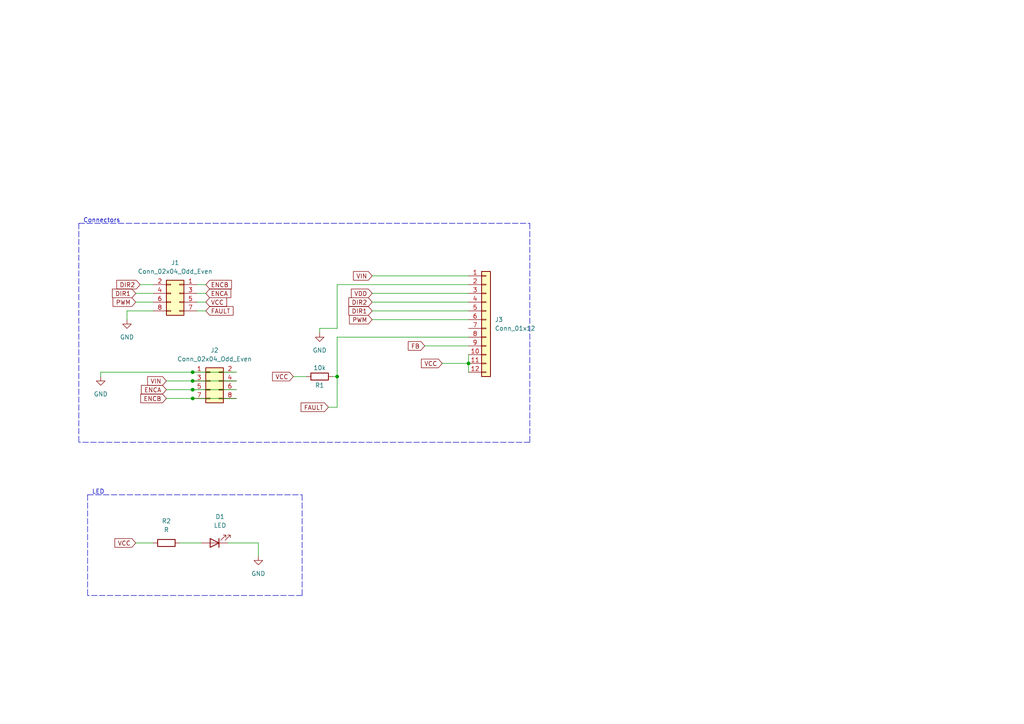
<source format=kicad_sch>
(kicad_sch (version 20211123) (generator eeschema)
  (paper "A4")
  (title_block (title "Motor driver shield") (date "2022-06-10") (rev "V0.8") (company "By Bonnet Lilian at Eirlab"))
  (lib_symbols
    (symbol "Connector_Generic:Conn_01x12" (pin_names (offset 1.016) hide)
      (property "Reference" "J" (at 0 15.24 0))
      (property "Value" "Conn_01x12" (at 0 -17.78 0))
      (symbol "Conn_01x12_1_1"
        (rectangle (start -1.27 -15.113) (end 0 -15.367) (stroke (width 0.1524)))
        (rectangle (start -1.27 -12.573) (end 0 -12.827) (stroke (width 0.1524)))
        (rectangle (start -1.27 -10.033) (end 0 -10.287) (stroke (width 0.1524)))
        (rectangle (start -1.27 -7.493) (end 0 -7.747) (stroke (width 0.1524)))
        (rectangle (start -1.27 -4.953) (end 0 -5.207) (stroke (width 0.1524)))
        (rectangle (start -1.27 -2.413) (end 0 -2.667) (stroke (width 0.1524)))
        (rectangle (start -1.27 0.127) (end 0 -0.127) (stroke (width 0.1524)))
        (rectangle (start -1.27 2.667) (end 0 2.413) (stroke (width 0.1524)))
        (rectangle (start -1.27 5.207) (end 0 4.953) (stroke (width 0.1524)))
        (rectangle (start -1.27 7.747) (end 0 7.493) (stroke (width 0.1524)))
        (rectangle (start -1.27 10.287) (end 0 10.033) (stroke (width 0.1524)))
        (rectangle (start -1.27 12.827) (end 0 12.573) (stroke (width 0.1524)))
        (rectangle (start -1.27 13.97) (end 1.27 -16.51) (stroke (width 0.254)) (fill (type background)))
        (pin passive line (at -5.08 12.7 0) (length 3.81) (name "Pin_1") (number "1"))
        (pin passive line (at -5.08 -10.16 0) (length 3.81) (name "Pin_10") (number "10"))
        (pin passive line (at -5.08 -12.7 0) (length 3.81) (name "Pin_11") (number "11"))
        (pin passive line (at -5.08 -15.24 0) (length 3.81) (name "Pin_12") (number "12"))
        (pin passive line (at -5.08 10.16 0) (length 3.81) (name "Pin_2") (number "2"))
        (pin passive line (at -5.08 7.62 0) (length 3.81) (name "Pin_3") (number "3"))
        (pin passive line (at -5.08 5.08 0) (length 3.81) (name "Pin_4") (number "4"))
        (pin passive line (at -5.08 2.54 0) (length 3.81) (name "Pin_5") (number "5"))
        (pin passive line (at -5.08 0 0) (length 3.81) (name "Pin_6") (number "6"))
        (pin passive line (at -5.08 -2.54 0) (length 3.81) (name "Pin_7") (number "7"))
        (pin passive line (at -5.08 -5.08 0) (length 3.81) (name "Pin_8") (number "8"))
        (pin passive line (at -5.08 -7.62 0) (length 3.81) (name "Pin_9") (number "9"))
      )
    )
    (symbol "Connector_Generic:Conn_02x04_Odd_Even" (pin_names (offset 1.016) hide)
      (property "Reference" "J" (at 1.27 5.08 0))
      (property "Value" "Conn_02x04_Odd_Even" (at 1.27 -7.62 0))
      (symbol "Conn_02x04_Odd_Even_1_1"
        (rectangle (start -1.27 -4.953) (end 0 -5.207) (stroke (width 0.1524)))
        (rectangle (start -1.27 -2.413) (end 0 -2.667) (stroke (width 0.1524)))
        (rectangle (start -1.27 0.127) (end 0 -0.127) (stroke (width 0.1524)))
        (rectangle (start -1.27 2.667) (end 0 2.413) (stroke (width 0.1524)))
        (rectangle (start -1.27 3.81) (end 3.81 -6.35) (stroke (width 0.254)) (fill (type background)))
        (rectangle (start 3.81 -4.953) (end 2.54 -5.207) (stroke (width 0.1524)))
        (rectangle (start 3.81 -2.413) (end 2.54 -2.667) (stroke (width 0.1524)))
        (rectangle (start 3.81 0.127) (end 2.54 -0.127) (stroke (width 0.1524)))
        (rectangle (start 3.81 2.667) (end 2.54 2.413) (stroke (width 0.1524)))
        (pin passive line (at -5.08 2.54 0) (length 3.81) (name "Pin_1") (number "1"))
        (pin passive line (at 7.62 2.54 180) (length 3.81) (name "Pin_2") (number "2"))
        (pin passive line (at -5.08 0 0) (length 3.81) (name "Pin_3") (number "3"))
        (pin passive line (at 7.62 0 180) (length 3.81) (name "Pin_4") (number "4"))
        (pin passive line (at -5.08 -2.54 0) (length 3.81) (name "Pin_5") (number "5"))
        (pin passive line (at 7.62 -2.54 180) (length 3.81) (name "Pin_6") (number "6"))
        (pin passive line (at -5.08 -5.08 0) (length 3.81) (name "Pin_7") (number "7"))
        (pin passive line (at 7.62 -5.08 180) (length 3.81) (name "Pin_8") (number "8"))
      )
    )
    (symbol "Device:LED" (pin_numbers hide) (pin_names (offset 1.016) hide)
      (property "Reference" "D" (at 0 2.54 0))
      (property "Value" "LED" (at 0 -2.54 0))
      (symbol "LED_0_1"
        (polyline (pts (xy -1.27 -1.27) (xy -1.27 1.27)) (stroke (width 0.254)))
        (polyline (pts (xy -1.27 0) (xy 1.27 0)))
        (polyline (pts (xy 1.27 -1.27) (xy 1.27 1.27) (xy -1.27 0) (xy 1.27 -1.27)) (stroke (width 0.254)))
        (polyline (pts (xy -3.048 -0.762) (xy -4.572 -2.286) (xy -3.81 -2.286) (xy -4.572 -2.286) (xy -4.572 -1.524)))
        (polyline (pts (xy -1.778 -0.762) (xy -3.302 -2.286) (xy -2.54 -2.286) (xy -3.302 -2.286) (xy -3.302 -1.524)))
      )
      (symbol "LED_1_1"
        (pin passive line (at -3.81 0 0) (length 2.54) (name "K") (number "1"))
        (pin passive line (at 3.81 0 180) (length 2.54) (name "A") (number "2"))
      )
    )
    (symbol "Device:R" (pin_numbers hide) (pin_names (offset 0))
      (property "Reference" "R" (at 2.032 0 90))
      (property "Value" "R" (at 0 0 90))
      (symbol "R_0_1"
        (rectangle (start -1.016 -2.54) (end 1.016 2.54) (stroke (width 0.254)))
      )
      (symbol "R_1_1"
        (pin passive line (at 0 3.81 270) (length 1.27) (name "~") (number "1"))
        (pin passive line (at 0 -3.81 90) (length 1.27) (name "~") (number "2"))
      )
    )
    (symbol "power:GND" (power) (pin_names (offset 0))
      (property "Value" "GND" (at 0 -3.81 0))
      (symbol "GND_0_1"
        (polyline (pts (xy 0 0) (xy 0 -1.27) (xy 1.27 -1.27) (xy 0 -2.54) (xy -1.27 -1.27) (xy 0 -1.27)))
      )
      (symbol "GND_1_1"
        (pin power_in line (at 0 0 270) (length 0) hide (name "GND") (number "1"))
      )
    )
  )
  (junction (at 55.88 107.95))
  (junction (at 135.89 105.41))
  (junction (at 55.88 115.57))
  (junction (at 55.88 110.49))
  (junction (at 55.88 113.03))
  (junction (at 97.79 109.22))
  (wire (pts (xy 48.26 113.03) (xy 55.88 113.03)))
  (wire (pts (xy 55.88 110.49) (xy 68.58 110.49)))
  (wire (pts (xy 123.19 100.33) (xy 135.89 100.33)))
  (wire (pts (xy 55.88 113.03) (xy 68.58 113.03)))
  (wire (pts (xy 97.79 109.22) (xy 97.79 118.11)))
  (wire (pts (xy 74.93 157.48) (xy 74.93 161.29)))
  (wire (pts (xy 57.15 85.09) (xy 59.69 85.09)))
  (wire (pts (xy 52.07 157.48) (xy 58.42 157.48)))
  (wire (pts (xy 107.95 90.17) (xy 135.89 90.17)))
  (polyline (pts (xy 87.63 172.72) (xy 25.4 172.72)))
  (wire (pts (xy 107.95 92.71) (xy 135.89 92.71)))
  (wire (pts (xy 96.52 109.22) (xy 97.79 109.22)))
  (wire (pts (xy 57.15 90.17) (xy 59.69 90.17)))
  (wire (pts (xy 97.79 82.55) (xy 135.89 82.55)))
  (wire (pts (xy 107.95 85.09) (xy 135.89 85.09)))
  (wire (pts (xy 40.64 82.55) (xy 44.45 82.55)))
  (wire (pts (xy 57.15 82.55) (xy 59.69 82.55)))
  (wire (pts (xy 39.37 85.09) (xy 44.45 85.09)))
  (wire (pts (xy 36.83 90.17) (xy 36.83 92.71)))
  (wire (pts (xy 97.79 97.79) (xy 97.79 109.22)))
  (wire (pts (xy 107.95 80.01) (xy 135.89 80.01)))
  (polyline (pts (xy 153.67 64.77) (xy 153.67 128.27)))
  (wire (pts (xy 97.79 82.55) (xy 97.79 95.25)))
  (wire (pts (xy 95.25 118.11) (xy 97.79 118.11)))
  (polyline (pts (xy 22.86 64.77) (xy 22.86 128.27)))
  (wire (pts (xy 48.26 115.57) (xy 55.88 115.57)))
  (wire (pts (xy 85.09 109.22) (xy 88.9 109.22)))
  (wire (pts (xy 92.71 95.25) (xy 97.79 95.25)))
  (wire (pts (xy 66.04 157.48) (xy 74.93 157.48)))
  (wire (pts (xy 48.26 110.49) (xy 55.88 110.49)))
  (wire (pts (xy 107.95 87.63) (xy 135.89 87.63)))
  (wire (pts (xy 55.88 115.57) (xy 68.58 115.57)))
  (polyline (pts (xy 25.4 143.51) (xy 25.4 172.72)))
  (wire (pts (xy 128.27 105.41) (xy 135.89 105.41)))
  (wire (pts (xy 92.71 95.25) (xy 92.71 96.52)))
  (wire (pts (xy 39.37 87.63) (xy 44.45 87.63)))
  (wire (pts (xy 36.83 90.17) (xy 44.45 90.17)))
  (wire (pts (xy 97.79 97.79) (xy 135.89 97.79)))
  (wire (pts (xy 135.89 105.41) (xy 135.89 107.95)))
  (wire (pts (xy 29.21 107.95) (xy 29.21 109.22)))
  (polyline (pts (xy 25.4 143.51) (xy 87.63 143.51)))
  (polyline (pts (xy 87.63 143.51) (xy 87.63 172.72)))
  (wire (pts (xy 39.37 157.48) (xy 44.45 157.48)))
  (wire (pts (xy 29.21 107.95) (xy 55.88 107.95)))
  (wire (pts (xy 55.88 107.95) (xy 68.58 107.95)))
  (wire (pts (xy 135.89 102.87) (xy 135.89 105.41)))
  (wire (pts (xy 57.15 87.63) (xy 59.69 87.63)))
  (polyline (pts (xy 22.86 64.77) (xy 153.67 64.77)))
  (polyline (pts (xy 153.67 128.27) (xy 22.86 128.27)))
  (text "LED" (at 26.67 143.51 0) (effects (font (size 1.27 1.27)) (justify left bottom)))
  (text "Connectors" (at 24.13 64.77 0) (effects (font (size 1.27 1.27)) (justify left bottom)))
  (global_label "DIR1" (shape input) (at 107.95 90.17 180) (property "Intersheet References" "${INTERSHEET_REFS}" (effects hide)))
  (global_label "VCC" (shape input) (at 39.37 157.48 180) (property "Intersheet References" "${INTERSHEET_REFS}" (effects hide)))
  (global_label "FAULT" (shape input) (at 59.69 90.17 0) (property "Intersheet References" "${INTERSHEET_REFS}" (effects hide)))
  (global_label "VCC" (shape input) (at 85.09 109.22 180) (property "Intersheet References" "${INTERSHEET_REFS}" (effects hide)))
  (global_label "VCC" (shape input) (at 59.69 87.63 0) (property "Intersheet References" "${INTERSHEET_REFS}" (effects hide)))
  (global_label "DIR1" (shape input) (at 39.37 85.09 180) (property "Intersheet References" "${INTERSHEET_REFS}" (effects hide)))
  (global_label "DIR2" (shape input) (at 40.64 82.55 180) (property "Intersheet References" "${INTERSHEET_REFS}" (effects hide)))
  (global_label "ENCA" (shape input) (at 59.69 85.09 0) (property "Intersheet References" "${INTERSHEET_REFS}" (effects hide)))
  (global_label "VCC" (shape input) (at 128.27 105.41 180) (property "Intersheet References" "${INTERSHEET_REFS}" (effects hide)))
  (global_label "DIR2" (shape input) (at 107.95 87.63 180) (property "Intersheet References" "${INTERSHEET_REFS}" (effects hide)))
  (global_label "ENCB" (shape input) (at 48.26 115.57 180) (property "Intersheet References" "${INTERSHEET_REFS}" (effects hide)))
  (global_label "PWM" (shape input) (at 39.37 87.63 180) (property "Intersheet References" "${INTERSHEET_REFS}" (effects hide)))
  (global_label "VDD" (shape input) (at 107.95 85.09 180) (property "Intersheet References" "${INTERSHEET_REFS}" (effects hide)))
  (global_label "PWM" (shape input) (at 107.95 92.71 180) (property "Intersheet References" "${INTERSHEET_REFS}" (effects hide)))
  (global_label "ENCA" (shape input) (at 48.26 113.03 180) (property "Intersheet References" "${INTERSHEET_REFS}" (effects hide)))
  (global_label "FAULT" (shape input) (at 95.25 118.11 180) (property "Intersheet References" "${INTERSHEET_REFS}" (effects hide)))
  (global_label "VIN" (shape input) (at 107.95 80.01 180) (property "Intersheet References" "${INTERSHEET_REFS}" (effects hide)))
  (global_label "ENCB" (shape input) (at 59.69 82.55 0) (property "Intersheet References" "${INTERSHEET_REFS}" (effects hide)))
  (global_label "VIN" (shape input) (at 48.26 110.49 180) (property "Intersheet References" "${INTERSHEET_REFS}" (effects hide)))
  (global_label "FB" (shape input) (at 123.19 100.33 180) (property "Intersheet References" "${INTERSHEET_REFS}" (effects hide)))
  (symbol (lib_id "power:GND") (at 92.71 96.52 0) (unit 1)
    (property "Reference" "#PWR0103" (effects hide))
    (property "Value" "GND" (at 92.71 101.6 0))
  )
  (symbol (lib_id "power:GND") (at 74.93 161.29 0) (unit 1)
    (property "Reference" "#PWR0104" (effects hide))
    (property "Value" "GND" (at 74.93 166.37 0))
  )
  (symbol (lib_id "power:GND") (at 36.83 92.71 0) (mirror y) (unit 1)
    (property "Reference" "#PWR0102" (effects hide))
    (property "Value" "GND" (at 36.83 97.79 0))
  )
  (symbol (lib_id "Connector_Generic:Conn_01x12") (at 140.97 92.71 0) (unit 1)
    (property "Reference" "J3" (at 143.51 92.7099 0) (effects (justify left)))
    (property "Value" "Conn_01x12" (at 143.51 95.2499 0) (effects (justify left)))
    (property "Footprint" "Connector_PinSocket_2.54mm:PinSocket_1x12_P2.54mm_Vertical" (effects hide))
  )
  (symbol (lib_id "Connector_Generic:Conn_02x04_Odd_Even") (at 60.96 110.49 0) (unit 1)
    (property "Reference" "J2" (at 62.23 101.6 0))
    (property "Value" "Conn_02x04_Odd_Even" (at 62.23 104.14 0))
    (property "Footprint" "Connector_PinHeader_2.54mm:PinHeader_2x04_P2.54mm_Vertical" (effects hide))
  )
  (symbol (lib_id "Device:R") (at 92.71 109.22 90) (unit 1)
    (property "Reference" "R1" (at 92.71 111.76 90))
    (property "Value" "10k" (at 92.71 106.68 90))
    (property "Footprint" "Resistor_SMD:R_0805_2012Metric_Pad1.20x1.40mm_HandSolder" (effects hide))
  )
  (symbol (lib_id "Device:R") (at 48.26 157.48 90) (unit 1)
    (property "Reference" "R2" (at 48.26 151.13 90))
    (property "Value" "R" (at 48.26 153.67 90))
    (property "Footprint" "Resistor_SMD:R_0805_2012Metric_Pad1.20x1.40mm_HandSolder" (effects hide))
  )
  (symbol (lib_id "Connector_Generic:Conn_02x04_Odd_Even") (at 52.07 85.09 0) (mirror y) (unit 1)
    (property "Reference" "J1" (at 50.8 76.2 0))
    (property "Value" "Conn_02x04_Odd_Even" (at 50.8 78.74 0))
    (property "Footprint" "Connector_PinHeader_2.54mm:PinHeader_2x04_P2.54mm_Vertical" (effects hide))
  )
  (symbol (lib_id "Device:LED") (at 62.23 157.48 180) (unit 1)
    (property "Reference" "D1" (at 63.8175 149.86 0))
    (property "Value" "LED" (at 63.8175 152.4 0))
    (property "Footprint" "Resistor_SMD:R_0805_2012Metric_Pad1.20x1.40mm_HandSolder" (effects hide))
  )
  (symbol (lib_id "power:GND") (at 29.21 109.22 0) (unit 1)
    (property "Reference" "#PWR0101" (effects hide))
    (property "Value" "GND" (at 29.21 114.3 0))
  )
)
</source>
